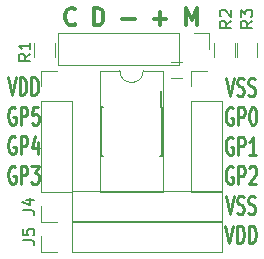
<source format=gbr>
G04 #@! TF.GenerationSoftware,KiCad,Pcbnew,(5.0.0)*
G04 #@! TF.CreationDate,2018-10-21T00:31:12-03:00*
G04 #@! TF.ProjectId,picdev8pin,7069636465763870696E2E6B69636164,rev?*
G04 #@! TF.SameCoordinates,Original*
G04 #@! TF.FileFunction,Legend,Top*
G04 #@! TF.FilePolarity,Positive*
%FSLAX46Y46*%
G04 Gerber Fmt 4.6, Leading zero omitted, Abs format (unit mm)*
G04 Created by KiCad (PCBNEW (5.0.0)) date 10/21/18 00:31:12*
%MOMM*%
%LPD*%
G01*
G04 APERTURE LIST*
%ADD10C,0.300000*%
%ADD11C,0.250000*%
%ADD12C,0.120000*%
%ADD13C,0.150000*%
G04 APERTURE END LIST*
D10*
X96207857Y-34698714D02*
X96143571Y-34770142D01*
X95950714Y-34841571D01*
X95822142Y-34841571D01*
X95629285Y-34770142D01*
X95500714Y-34627285D01*
X95436428Y-34484428D01*
X95372142Y-34198714D01*
X95372142Y-33984428D01*
X95436428Y-33698714D01*
X95500714Y-33555857D01*
X95629285Y-33413000D01*
X95822142Y-33341571D01*
X95950714Y-33341571D01*
X96143571Y-33413000D01*
X96207857Y-33484428D01*
X97815000Y-34841571D02*
X97815000Y-33341571D01*
X98136428Y-33341571D01*
X98329285Y-33413000D01*
X98457857Y-33555857D01*
X98522142Y-33698714D01*
X98586428Y-33984428D01*
X98586428Y-34198714D01*
X98522142Y-34484428D01*
X98457857Y-34627285D01*
X98329285Y-34770142D01*
X98136428Y-34841571D01*
X97815000Y-34841571D01*
X100193571Y-34270142D02*
X101222142Y-34270142D01*
X102893571Y-34270142D02*
X103922142Y-34270142D01*
X103407857Y-34841571D02*
X103407857Y-33698714D01*
X105593571Y-34841571D02*
X105593571Y-33341571D01*
X106043571Y-34413000D01*
X106493571Y-33341571D01*
X106493571Y-34841571D01*
D11*
X90487666Y-39243571D02*
X90821000Y-40743571D01*
X91154333Y-39243571D01*
X91487666Y-40743571D02*
X91487666Y-39243571D01*
X91725761Y-39243571D01*
X91868619Y-39315000D01*
X91963857Y-39457857D01*
X92011476Y-39600714D01*
X92059095Y-39886428D01*
X92059095Y-40100714D01*
X92011476Y-40386428D01*
X91963857Y-40529285D01*
X91868619Y-40672142D01*
X91725761Y-40743571D01*
X91487666Y-40743571D01*
X92487666Y-40743571D02*
X92487666Y-39243571D01*
X92725761Y-39243571D01*
X92868619Y-39315000D01*
X92963857Y-39457857D01*
X93011476Y-39600714D01*
X93059095Y-39886428D01*
X93059095Y-40100714D01*
X93011476Y-40386428D01*
X92963857Y-40529285D01*
X92868619Y-40672142D01*
X92725761Y-40743571D01*
X92487666Y-40743571D01*
X91106714Y-41815000D02*
X91011476Y-41743571D01*
X90868619Y-41743571D01*
X90725761Y-41815000D01*
X90630523Y-41957857D01*
X90582904Y-42100714D01*
X90535285Y-42386428D01*
X90535285Y-42600714D01*
X90582904Y-42886428D01*
X90630523Y-43029285D01*
X90725761Y-43172142D01*
X90868619Y-43243571D01*
X90963857Y-43243571D01*
X91106714Y-43172142D01*
X91154333Y-43100714D01*
X91154333Y-42600714D01*
X90963857Y-42600714D01*
X91582904Y-43243571D02*
X91582904Y-41743571D01*
X91963857Y-41743571D01*
X92059095Y-41815000D01*
X92106714Y-41886428D01*
X92154333Y-42029285D01*
X92154333Y-42243571D01*
X92106714Y-42386428D01*
X92059095Y-42457857D01*
X91963857Y-42529285D01*
X91582904Y-42529285D01*
X93059095Y-41743571D02*
X92582904Y-41743571D01*
X92535285Y-42457857D01*
X92582904Y-42386428D01*
X92678142Y-42315000D01*
X92916238Y-42315000D01*
X93011476Y-42386428D01*
X93059095Y-42457857D01*
X93106714Y-42600714D01*
X93106714Y-42957857D01*
X93059095Y-43100714D01*
X93011476Y-43172142D01*
X92916238Y-43243571D01*
X92678142Y-43243571D01*
X92582904Y-43172142D01*
X92535285Y-43100714D01*
X91106714Y-44315000D02*
X91011476Y-44243571D01*
X90868619Y-44243571D01*
X90725761Y-44315000D01*
X90630523Y-44457857D01*
X90582904Y-44600714D01*
X90535285Y-44886428D01*
X90535285Y-45100714D01*
X90582904Y-45386428D01*
X90630523Y-45529285D01*
X90725761Y-45672142D01*
X90868619Y-45743571D01*
X90963857Y-45743571D01*
X91106714Y-45672142D01*
X91154333Y-45600714D01*
X91154333Y-45100714D01*
X90963857Y-45100714D01*
X91582904Y-45743571D02*
X91582904Y-44243571D01*
X91963857Y-44243571D01*
X92059095Y-44315000D01*
X92106714Y-44386428D01*
X92154333Y-44529285D01*
X92154333Y-44743571D01*
X92106714Y-44886428D01*
X92059095Y-44957857D01*
X91963857Y-45029285D01*
X91582904Y-45029285D01*
X93011476Y-44743571D02*
X93011476Y-45743571D01*
X92773380Y-44172142D02*
X92535285Y-45243571D01*
X93154333Y-45243571D01*
X91106714Y-46815000D02*
X91011476Y-46743571D01*
X90868619Y-46743571D01*
X90725761Y-46815000D01*
X90630523Y-46957857D01*
X90582904Y-47100714D01*
X90535285Y-47386428D01*
X90535285Y-47600714D01*
X90582904Y-47886428D01*
X90630523Y-48029285D01*
X90725761Y-48172142D01*
X90868619Y-48243571D01*
X90963857Y-48243571D01*
X91106714Y-48172142D01*
X91154333Y-48100714D01*
X91154333Y-47600714D01*
X90963857Y-47600714D01*
X91582904Y-48243571D02*
X91582904Y-46743571D01*
X91963857Y-46743571D01*
X92059095Y-46815000D01*
X92106714Y-46886428D01*
X92154333Y-47029285D01*
X92154333Y-47243571D01*
X92106714Y-47386428D01*
X92059095Y-47457857D01*
X91963857Y-47529285D01*
X91582904Y-47529285D01*
X92487666Y-46743571D02*
X93106714Y-46743571D01*
X92773380Y-47315000D01*
X92916238Y-47315000D01*
X93011476Y-47386428D01*
X93059095Y-47457857D01*
X93106714Y-47600714D01*
X93106714Y-47957857D01*
X93059095Y-48100714D01*
X93011476Y-48172142D01*
X92916238Y-48243571D01*
X92630523Y-48243571D01*
X92535285Y-48172142D01*
X92487666Y-48100714D01*
X108950285Y-39283571D02*
X109283619Y-40783571D01*
X109616952Y-39283571D01*
X109902666Y-40712142D02*
X110045523Y-40783571D01*
X110283619Y-40783571D01*
X110378857Y-40712142D01*
X110426476Y-40640714D01*
X110474095Y-40497857D01*
X110474095Y-40355000D01*
X110426476Y-40212142D01*
X110378857Y-40140714D01*
X110283619Y-40069285D01*
X110093142Y-39997857D01*
X109997904Y-39926428D01*
X109950285Y-39855000D01*
X109902666Y-39712142D01*
X109902666Y-39569285D01*
X109950285Y-39426428D01*
X109997904Y-39355000D01*
X110093142Y-39283571D01*
X110331238Y-39283571D01*
X110474095Y-39355000D01*
X110855047Y-40712142D02*
X110997904Y-40783571D01*
X111236000Y-40783571D01*
X111331238Y-40712142D01*
X111378857Y-40640714D01*
X111426476Y-40497857D01*
X111426476Y-40355000D01*
X111378857Y-40212142D01*
X111331238Y-40140714D01*
X111236000Y-40069285D01*
X111045523Y-39997857D01*
X110950285Y-39926428D01*
X110902666Y-39855000D01*
X110855047Y-39712142D01*
X110855047Y-39569285D01*
X110902666Y-39426428D01*
X110950285Y-39355000D01*
X111045523Y-39283571D01*
X111283619Y-39283571D01*
X111426476Y-39355000D01*
X109521714Y-41855000D02*
X109426476Y-41783571D01*
X109283619Y-41783571D01*
X109140761Y-41855000D01*
X109045523Y-41997857D01*
X108997904Y-42140714D01*
X108950285Y-42426428D01*
X108950285Y-42640714D01*
X108997904Y-42926428D01*
X109045523Y-43069285D01*
X109140761Y-43212142D01*
X109283619Y-43283571D01*
X109378857Y-43283571D01*
X109521714Y-43212142D01*
X109569333Y-43140714D01*
X109569333Y-42640714D01*
X109378857Y-42640714D01*
X109997904Y-43283571D02*
X109997904Y-41783571D01*
X110378857Y-41783571D01*
X110474095Y-41855000D01*
X110521714Y-41926428D01*
X110569333Y-42069285D01*
X110569333Y-42283571D01*
X110521714Y-42426428D01*
X110474095Y-42497857D01*
X110378857Y-42569285D01*
X109997904Y-42569285D01*
X111188380Y-41783571D02*
X111283619Y-41783571D01*
X111378857Y-41855000D01*
X111426476Y-41926428D01*
X111474095Y-42069285D01*
X111521714Y-42355000D01*
X111521714Y-42712142D01*
X111474095Y-42997857D01*
X111426476Y-43140714D01*
X111378857Y-43212142D01*
X111283619Y-43283571D01*
X111188380Y-43283571D01*
X111093142Y-43212142D01*
X111045523Y-43140714D01*
X110997904Y-42997857D01*
X110950285Y-42712142D01*
X110950285Y-42355000D01*
X110997904Y-42069285D01*
X111045523Y-41926428D01*
X111093142Y-41855000D01*
X111188380Y-41783571D01*
X109521714Y-44355000D02*
X109426476Y-44283571D01*
X109283619Y-44283571D01*
X109140761Y-44355000D01*
X109045523Y-44497857D01*
X108997904Y-44640714D01*
X108950285Y-44926428D01*
X108950285Y-45140714D01*
X108997904Y-45426428D01*
X109045523Y-45569285D01*
X109140761Y-45712142D01*
X109283619Y-45783571D01*
X109378857Y-45783571D01*
X109521714Y-45712142D01*
X109569333Y-45640714D01*
X109569333Y-45140714D01*
X109378857Y-45140714D01*
X109997904Y-45783571D02*
X109997904Y-44283571D01*
X110378857Y-44283571D01*
X110474095Y-44355000D01*
X110521714Y-44426428D01*
X110569333Y-44569285D01*
X110569333Y-44783571D01*
X110521714Y-44926428D01*
X110474095Y-44997857D01*
X110378857Y-45069285D01*
X109997904Y-45069285D01*
X111521714Y-45783571D02*
X110950285Y-45783571D01*
X111236000Y-45783571D02*
X111236000Y-44283571D01*
X111140761Y-44497857D01*
X111045523Y-44640714D01*
X110950285Y-44712142D01*
X109521714Y-46855000D02*
X109426476Y-46783571D01*
X109283619Y-46783571D01*
X109140761Y-46855000D01*
X109045523Y-46997857D01*
X108997904Y-47140714D01*
X108950285Y-47426428D01*
X108950285Y-47640714D01*
X108997904Y-47926428D01*
X109045523Y-48069285D01*
X109140761Y-48212142D01*
X109283619Y-48283571D01*
X109378857Y-48283571D01*
X109521714Y-48212142D01*
X109569333Y-48140714D01*
X109569333Y-47640714D01*
X109378857Y-47640714D01*
X109997904Y-48283571D02*
X109997904Y-46783571D01*
X110378857Y-46783571D01*
X110474095Y-46855000D01*
X110521714Y-46926428D01*
X110569333Y-47069285D01*
X110569333Y-47283571D01*
X110521714Y-47426428D01*
X110474095Y-47497857D01*
X110378857Y-47569285D01*
X109997904Y-47569285D01*
X110950285Y-46926428D02*
X110997904Y-46855000D01*
X111093142Y-46783571D01*
X111331238Y-46783571D01*
X111426476Y-46855000D01*
X111474095Y-46926428D01*
X111521714Y-47069285D01*
X111521714Y-47212142D01*
X111474095Y-47426428D01*
X110902666Y-48283571D01*
X111521714Y-48283571D01*
X108950285Y-49283571D02*
X109283619Y-50783571D01*
X109616952Y-49283571D01*
X109902666Y-50712142D02*
X110045523Y-50783571D01*
X110283619Y-50783571D01*
X110378857Y-50712142D01*
X110426476Y-50640714D01*
X110474095Y-50497857D01*
X110474095Y-50355000D01*
X110426476Y-50212142D01*
X110378857Y-50140714D01*
X110283619Y-50069285D01*
X110093142Y-49997857D01*
X109997904Y-49926428D01*
X109950285Y-49855000D01*
X109902666Y-49712142D01*
X109902666Y-49569285D01*
X109950285Y-49426428D01*
X109997904Y-49355000D01*
X110093142Y-49283571D01*
X110331238Y-49283571D01*
X110474095Y-49355000D01*
X110855047Y-50712142D02*
X110997904Y-50783571D01*
X111236000Y-50783571D01*
X111331238Y-50712142D01*
X111378857Y-50640714D01*
X111426476Y-50497857D01*
X111426476Y-50355000D01*
X111378857Y-50212142D01*
X111331238Y-50140714D01*
X111236000Y-50069285D01*
X111045523Y-49997857D01*
X110950285Y-49926428D01*
X110902666Y-49855000D01*
X110855047Y-49712142D01*
X110855047Y-49569285D01*
X110902666Y-49426428D01*
X110950285Y-49355000D01*
X111045523Y-49283571D01*
X111283619Y-49283571D01*
X111426476Y-49355000D01*
X108902666Y-51783571D02*
X109236000Y-53283571D01*
X109569333Y-51783571D01*
X109902666Y-53283571D02*
X109902666Y-51783571D01*
X110140761Y-51783571D01*
X110283619Y-51855000D01*
X110378857Y-51997857D01*
X110426476Y-52140714D01*
X110474095Y-52426428D01*
X110474095Y-52640714D01*
X110426476Y-52926428D01*
X110378857Y-53069285D01*
X110283619Y-53212142D01*
X110140761Y-53283571D01*
X109902666Y-53283571D01*
X110902666Y-53283571D02*
X110902666Y-51783571D01*
X111140761Y-51783571D01*
X111283619Y-51855000D01*
X111378857Y-51997857D01*
X111426476Y-52140714D01*
X111474095Y-52426428D01*
X111474095Y-52640714D01*
X111426476Y-52926428D01*
X111378857Y-53069285D01*
X111283619Y-53212142D01*
X111140761Y-53283571D01*
X110902666Y-53283571D01*
D12*
G04 #@! TO.C,J1*
X107549001Y-35500000D02*
X107549001Y-36830000D01*
X106219001Y-35500000D02*
X107549001Y-35500000D01*
X104949001Y-35500000D02*
X104949001Y-38160000D01*
X104949001Y-38160000D02*
X94729001Y-38160000D01*
X104949001Y-35500000D02*
X94729001Y-35500000D01*
X94729001Y-35500000D02*
X94729001Y-38160000D01*
D13*
G04 #@! TO.C,U1*
X103490000Y-41773000D02*
X103490000Y-40373000D01*
X98390000Y-41773000D02*
X98390000Y-45923000D01*
X103540000Y-41773000D02*
X103540000Y-45923000D01*
X98390000Y-41773000D02*
X98535000Y-41773000D01*
X98390000Y-45923000D02*
X98535000Y-45923000D01*
X103540000Y-45923000D02*
X103395000Y-45923000D01*
X103540000Y-41773000D02*
X103490000Y-41773000D01*
D12*
G04 #@! TO.C,U2*
X103615000Y-38675000D02*
X101965000Y-38675000D01*
X103615000Y-48955000D02*
X103615000Y-38675000D01*
X98315000Y-48955000D02*
X103615000Y-48955000D01*
X98315000Y-38675000D02*
X98315000Y-48955000D01*
X99965000Y-38675000D02*
X98315000Y-38675000D01*
X101965000Y-38675000D02*
G75*
G02X99965000Y-38675000I-1000000J0D01*
G01*
G04 #@! TO.C,C1*
X104275000Y-37928000D02*
X105275000Y-37928000D01*
X105275000Y-39288000D02*
X104275000Y-39288000D01*
G04 #@! TO.C,J2*
X105985000Y-48955000D02*
X108645000Y-48955000D01*
X105985000Y-41275000D02*
X105985000Y-48955000D01*
X108645000Y-41275000D02*
X108645000Y-48955000D01*
X105985000Y-41275000D02*
X108645000Y-41275000D01*
X105985000Y-40005000D02*
X105985000Y-38675000D01*
X105985000Y-38675000D02*
X107315000Y-38675000D01*
G04 #@! TO.C,J3*
X93285000Y-38675000D02*
X94615000Y-38675000D01*
X93285000Y-40005000D02*
X93285000Y-38675000D01*
X93285000Y-41275000D02*
X95945000Y-41275000D01*
X95945000Y-41275000D02*
X95945000Y-48955000D01*
X93285000Y-41275000D02*
X93285000Y-48955000D01*
X93285000Y-48955000D02*
X95945000Y-48955000D01*
G04 #@! TO.C,J4*
X93285000Y-51495000D02*
X93285000Y-50165000D01*
X94615000Y-51495000D02*
X93285000Y-51495000D01*
X95885000Y-51495000D02*
X95885000Y-48835000D01*
X95885000Y-48835000D02*
X108645000Y-48835000D01*
X95885000Y-51495000D02*
X108645000Y-51495000D01*
X108645000Y-51495000D02*
X108645000Y-48835000D01*
G04 #@! TO.C,J5*
X93285000Y-54035000D02*
X93285000Y-52705000D01*
X94615000Y-54035000D02*
X93285000Y-54035000D01*
X95885000Y-54035000D02*
X95885000Y-51375000D01*
X95885000Y-51375000D02*
X108645000Y-51375000D01*
X95885000Y-54035000D02*
X108645000Y-54035000D01*
X108645000Y-54035000D02*
X108645000Y-51375000D01*
G04 #@! TO.C,R1*
X94479000Y-36357000D02*
X94479000Y-37557000D01*
X92719000Y-37557000D02*
X92719000Y-36357000D01*
G04 #@! TO.C,R2*
X107959000Y-37557000D02*
X107959000Y-36357000D01*
X109719000Y-36357000D02*
X109719000Y-37557000D01*
G04 #@! TO.C,R3*
X111624000Y-36357000D02*
X111624000Y-37557000D01*
X109864000Y-37557000D02*
X109864000Y-36357000D01*
G04 #@! TO.C,J4*
D13*
X91737380Y-50498333D02*
X92451666Y-50498333D01*
X92594523Y-50545952D01*
X92689761Y-50641190D01*
X92737380Y-50784047D01*
X92737380Y-50879285D01*
X92070714Y-49593571D02*
X92737380Y-49593571D01*
X91689761Y-49831666D02*
X92404047Y-50069761D01*
X92404047Y-49450714D01*
G04 #@! TO.C,J5*
X91737380Y-53038333D02*
X92451666Y-53038333D01*
X92594523Y-53085952D01*
X92689761Y-53181190D01*
X92737380Y-53324047D01*
X92737380Y-53419285D01*
X91737380Y-52085952D02*
X91737380Y-52562142D01*
X92213571Y-52609761D01*
X92165952Y-52562142D01*
X92118333Y-52466904D01*
X92118333Y-52228809D01*
X92165952Y-52133571D01*
X92213571Y-52085952D01*
X92308809Y-52038333D01*
X92546904Y-52038333D01*
X92642142Y-52085952D01*
X92689761Y-52133571D01*
X92737380Y-52228809D01*
X92737380Y-52466904D01*
X92689761Y-52562142D01*
X92642142Y-52609761D01*
G04 #@! TO.C,R1*
X92400380Y-37250666D02*
X91924190Y-37584000D01*
X92400380Y-37822095D02*
X91400380Y-37822095D01*
X91400380Y-37441142D01*
X91448000Y-37345904D01*
X91495619Y-37298285D01*
X91590857Y-37250666D01*
X91733714Y-37250666D01*
X91828952Y-37298285D01*
X91876571Y-37345904D01*
X91924190Y-37441142D01*
X91924190Y-37822095D01*
X92400380Y-36298285D02*
X92400380Y-36869714D01*
X92400380Y-36584000D02*
X91400380Y-36584000D01*
X91543238Y-36679238D01*
X91638476Y-36774476D01*
X91686095Y-36869714D01*
G04 #@! TO.C,R2*
X109418380Y-34456666D02*
X108942190Y-34790000D01*
X109418380Y-35028095D02*
X108418380Y-35028095D01*
X108418380Y-34647142D01*
X108466000Y-34551904D01*
X108513619Y-34504285D01*
X108608857Y-34456666D01*
X108751714Y-34456666D01*
X108846952Y-34504285D01*
X108894571Y-34551904D01*
X108942190Y-34647142D01*
X108942190Y-35028095D01*
X108513619Y-34075714D02*
X108466000Y-34028095D01*
X108418380Y-33932857D01*
X108418380Y-33694761D01*
X108466000Y-33599523D01*
X108513619Y-33551904D01*
X108608857Y-33504285D01*
X108704095Y-33504285D01*
X108846952Y-33551904D01*
X109418380Y-34123333D01*
X109418380Y-33504285D01*
G04 #@! TO.C,R3*
X111196380Y-34456666D02*
X110720190Y-34790000D01*
X111196380Y-35028095D02*
X110196380Y-35028095D01*
X110196380Y-34647142D01*
X110244000Y-34551904D01*
X110291619Y-34504285D01*
X110386857Y-34456666D01*
X110529714Y-34456666D01*
X110624952Y-34504285D01*
X110672571Y-34551904D01*
X110720190Y-34647142D01*
X110720190Y-35028095D01*
X110196380Y-34123333D02*
X110196380Y-33504285D01*
X110577333Y-33837619D01*
X110577333Y-33694761D01*
X110624952Y-33599523D01*
X110672571Y-33551904D01*
X110767809Y-33504285D01*
X111005904Y-33504285D01*
X111101142Y-33551904D01*
X111148761Y-33599523D01*
X111196380Y-33694761D01*
X111196380Y-33980476D01*
X111148761Y-34075714D01*
X111101142Y-34123333D01*
G04 #@! TD*
M02*

</source>
